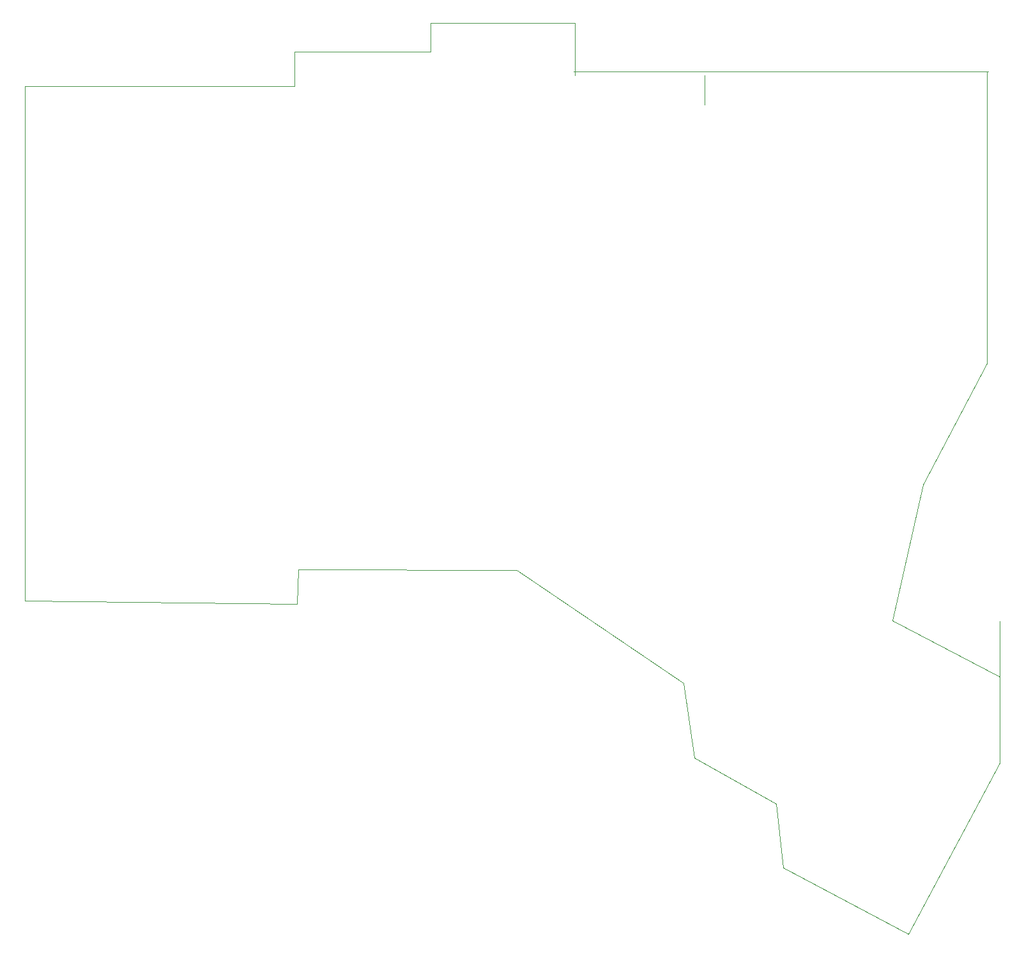
<source format=gbr>
%TF.GenerationSoftware,KiCad,Pcbnew,7.0.6*%
%TF.CreationDate,2023-11-22T22:17:55+08:00*%
%TF.ProjectId,handfull,68616e64-6675-46c6-9c2e-6b696361645f,rev?*%
%TF.SameCoordinates,Original*%
%TF.FileFunction,Profile,NP*%
%FSLAX46Y46*%
G04 Gerber Fmt 4.6, Leading zero omitted, Abs format (unit mm)*
G04 Created by KiCad (PCBNEW 7.0.6) date 2023-11-22 22:17:55*
%MOMM*%
%LPD*%
G01*
G04 APERTURE LIST*
%TA.AperFunction,Profile*%
%ADD10C,0.100000*%
%TD*%
G04 APERTURE END LIST*
D10*
X76990000Y-117520000D02*
X113080000Y-117930000D01*
X194130000Y-161670000D02*
X206200000Y-139020000D01*
X204725000Y-47320000D02*
X149775000Y-47320000D01*
X167110000Y-51690000D02*
X167110000Y-47790000D01*
X165780000Y-138340000D02*
X176570000Y-144400000D01*
X206190000Y-127540000D02*
X191970000Y-120150000D01*
X204500000Y-86000000D02*
X204500000Y-47310000D01*
X76990000Y-49240000D02*
X76990000Y-117520000D01*
X130790000Y-44680000D02*
X130790000Y-40870000D01*
X113240000Y-113380000D02*
X142230000Y-113470000D01*
X164290000Y-128390000D02*
X165780000Y-138340000D01*
X112760000Y-44680000D02*
X130790000Y-44680000D01*
X177530000Y-152860000D02*
X194130000Y-161670000D01*
X112760000Y-49240000D02*
X112760000Y-44680000D01*
X113080000Y-117930000D02*
X113240000Y-113380000D01*
X149900000Y-47790000D02*
X149900000Y-40890000D01*
X196060000Y-102080000D02*
X204500000Y-86000000D01*
X176570000Y-144400000D02*
X177530000Y-152860000D01*
X76990000Y-49240000D02*
X112760000Y-49240000D01*
X191970000Y-120150000D02*
X196060000Y-102080000D01*
X142230000Y-113470000D02*
X164290000Y-128390000D01*
X149900000Y-40890000D02*
X130820000Y-40890000D01*
X206200000Y-139020000D02*
X206200000Y-120250000D01*
M02*

</source>
